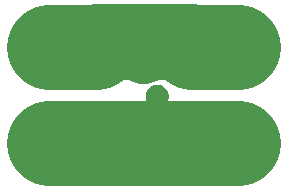
<source format=gbs>
%TF.GenerationSoftware,KiCad,Pcbnew,4.0.5-e0-6337~49~ubuntu16.04.1*%
%TF.CreationDate,2017-04-26T11:52:08-07:00*%
%TF.ProjectId,2x3-Stereo-Headphone-Jack,3278332D53746572656F2D4865616470,1.0*%
%TF.FileFunction,Soldermask,Bot*%
%FSLAX46Y46*%
G04 Gerber Fmt 4.6, Leading zero omitted, Abs format (unit mm)*
G04 Created by KiCad (PCBNEW 4.0.5-e0-6337~49~ubuntu16.04.1) date Wed Apr 26 11:52:08 2017*
%MOMM*%
%LPD*%
G01*
G04 APERTURE LIST*
%ADD10C,0.350000*%
%ADD11C,7.200000*%
%ADD12C,6.400000*%
G04 APERTURE END LIST*
D10*
D11*
X21994400Y-35967400D02*
X18058400Y-35966400D01*
X21994400Y-44094400D02*
X5994400Y-44094400D01*
X9929400Y-35967400D02*
X5993400Y-35966400D01*
D12*
X18185400Y-35585400D02*
X9930400Y-35585400D01*
D10*
G36*
X15240117Y-39180150D02*
X15427969Y-39218711D01*
X15604767Y-39293030D01*
X15763756Y-39400269D01*
X15898887Y-39536347D01*
X16005013Y-39696080D01*
X16078093Y-39873385D01*
X16115274Y-40061163D01*
X16115274Y-40061168D01*
X16115342Y-40061512D01*
X16112284Y-40280556D01*
X16112206Y-40280899D01*
X16112206Y-40280903D01*
X16069796Y-40467570D01*
X15991796Y-40642762D01*
X15881248Y-40799473D01*
X15742369Y-40931726D01*
X15580448Y-41034484D01*
X15401647Y-41103836D01*
X15212789Y-41137137D01*
X15147690Y-41135773D01*
X15133498Y-41137488D01*
X15120346Y-41143088D01*
X15109275Y-41152130D01*
X15101161Y-41163899D01*
X15096648Y-41177463D01*
X15096091Y-41191746D01*
X15099536Y-41205620D01*
X15106710Y-41217984D01*
X15117044Y-41227860D01*
X15126940Y-41233393D01*
X15464598Y-41375332D01*
X15964734Y-41712678D01*
X16389821Y-42140743D01*
X16723666Y-42643221D01*
X16953556Y-43200976D01*
X17070664Y-43792414D01*
X17070664Y-43792424D01*
X17070731Y-43792763D01*
X17061110Y-44481816D01*
X17061033Y-44482154D01*
X17061033Y-44482162D01*
X16927457Y-45070101D01*
X16682085Y-45621216D01*
X16334337Y-46114178D01*
X15897462Y-46530209D01*
X15388100Y-46853461D01*
X14825654Y-47071619D01*
X14231547Y-47176376D01*
X13628403Y-47163742D01*
X13039200Y-47034197D01*
X12486382Y-46792677D01*
X11991007Y-46448382D01*
X11571937Y-46014423D01*
X11273017Y-45550590D01*
X11263660Y-45539784D01*
X11251662Y-45532012D01*
X11237975Y-45527890D01*
X11223681Y-45527744D01*
X11209912Y-45531587D01*
X11197759Y-45539113D01*
X11188184Y-45549727D01*
X11180778Y-45566854D01*
X11171432Y-45607992D01*
X11078236Y-45817314D01*
X10946154Y-46004551D01*
X10780220Y-46162568D01*
X10586754Y-46285346D01*
X10373126Y-46368206D01*
X10147474Y-46407995D01*
X9918387Y-46403196D01*
X9694596Y-46353992D01*
X9484624Y-46262258D01*
X9296473Y-46131490D01*
X9137302Y-45966664D01*
X9013177Y-45774058D01*
X8928824Y-45561009D01*
X8894251Y-45372632D01*
X8889719Y-45359075D01*
X8881588Y-45347317D01*
X8870504Y-45338291D01*
X8857344Y-45332709D01*
X8843150Y-45331015D01*
X8829046Y-45333342D01*
X8816149Y-45339506D01*
X8805479Y-45349019D01*
X8797878Y-45361140D01*
X8682085Y-45621216D01*
X8334337Y-46114178D01*
X7897462Y-46530209D01*
X7388100Y-46853461D01*
X6825654Y-47071619D01*
X6231547Y-47176376D01*
X5628403Y-47163742D01*
X5039200Y-47034197D01*
X4486382Y-46792677D01*
X3991007Y-46448382D01*
X3571937Y-46014423D01*
X3245138Y-45507330D01*
X3023056Y-44946414D01*
X2914155Y-44353058D01*
X2922577Y-43749841D01*
X3004351Y-43365124D01*
X8987348Y-43365124D01*
X8988295Y-43376421D01*
X9070664Y-43792414D01*
X9070664Y-43792424D01*
X9070731Y-43792763D01*
X9061420Y-44459610D01*
X9063168Y-44473280D01*
X9068860Y-44486393D01*
X9077980Y-44497400D01*
X9089805Y-44505432D01*
X9103400Y-44509851D01*
X9117687Y-44510307D01*
X9131536Y-44506765D01*
X9143850Y-44499506D01*
X9154067Y-44488509D01*
X9158024Y-44482730D01*
X9321731Y-44322415D01*
X9513465Y-44196948D01*
X9725917Y-44111111D01*
X9950990Y-44068177D01*
X10180126Y-44069776D01*
X10404574Y-44115849D01*
X10615811Y-44204645D01*
X10805772Y-44332776D01*
X10827777Y-44354935D01*
X10839176Y-44363560D01*
X10852527Y-44368668D01*
X10866773Y-44369854D01*
X10880784Y-44367025D01*
X10893453Y-44360404D01*
X10903776Y-44350515D01*
X10910935Y-44338142D01*
X10914618Y-44319849D01*
X10922577Y-43749841D01*
X10958503Y-43580822D01*
X10959478Y-43566560D01*
X10956442Y-43552592D01*
X10949634Y-43540022D01*
X10939594Y-43529847D01*
X10927116Y-43522872D01*
X10913189Y-43519649D01*
X10898916Y-43520433D01*
X10885427Y-43525163D01*
X10873780Y-43533472D01*
X10780220Y-43622568D01*
X10586754Y-43745346D01*
X10373126Y-43828206D01*
X10147474Y-43867995D01*
X9918387Y-43863196D01*
X9694596Y-43813992D01*
X9484624Y-43722258D01*
X9296473Y-43591490D01*
X9137302Y-43426664D01*
X9080829Y-43339035D01*
X9071472Y-43328229D01*
X9059474Y-43320457D01*
X9045787Y-43316335D01*
X9031493Y-43316189D01*
X9017724Y-43320032D01*
X9005571Y-43327558D01*
X8995996Y-43338172D01*
X8989757Y-43351033D01*
X8987348Y-43365124D01*
X3004351Y-43365124D01*
X3048006Y-43159747D01*
X3285659Y-42605258D01*
X3626491Y-42107488D01*
X4057512Y-41685400D01*
X4562313Y-41355068D01*
X5121659Y-41129077D01*
X5714245Y-41016036D01*
X6317510Y-41020247D01*
X6908455Y-41141551D01*
X7464598Y-41375332D01*
X7964734Y-41712678D01*
X8389821Y-42140743D01*
X8723666Y-42643221D01*
X8789847Y-42803787D01*
X8797100Y-42816106D01*
X8807497Y-42825916D01*
X8820215Y-42832441D01*
X8834248Y-42835164D01*
X8848484Y-42833870D01*
X8861796Y-42828662D01*
X8873130Y-42819950D01*
X8881588Y-42808427D01*
X8886501Y-42795003D01*
X8887609Y-42785138D01*
X8890661Y-42566531D01*
X8938302Y-42342400D01*
X9028567Y-42131795D01*
X9158022Y-41942732D01*
X9321731Y-41782415D01*
X9513465Y-41656948D01*
X9725917Y-41571111D01*
X9950990Y-41528177D01*
X10180126Y-41529776D01*
X10404574Y-41575849D01*
X10615811Y-41664645D01*
X10805772Y-41792776D01*
X10967229Y-41955363D01*
X11094028Y-42146213D01*
X11181347Y-42358062D01*
X11219240Y-42549434D01*
X11223961Y-42562927D01*
X11232255Y-42574569D01*
X11243464Y-42583440D01*
X11256701Y-42588838D01*
X11270917Y-42590333D01*
X11284987Y-42587810D01*
X11297797Y-42581466D01*
X11310988Y-42568267D01*
X11626491Y-42107488D01*
X12057512Y-41685400D01*
X12562313Y-41355068D01*
X13121659Y-41129077D01*
X13714245Y-41016036D01*
X14317510Y-41020247D01*
X14568690Y-41071807D01*
X14582958Y-41072683D01*
X14596905Y-41069549D01*
X14609427Y-41062654D01*
X14619532Y-41052543D01*
X14626420Y-41040017D01*
X14629545Y-41026068D01*
X14628661Y-41011801D01*
X14623837Y-40998345D01*
X14615456Y-40986765D01*
X14607897Y-40980330D01*
X14500537Y-40905714D01*
X14367316Y-40767759D01*
X14263431Y-40606560D01*
X14192831Y-40428246D01*
X14158213Y-40239627D01*
X14160890Y-40047868D01*
X14200764Y-39860280D01*
X14276311Y-39684013D01*
X14384659Y-39525775D01*
X14521677Y-39391597D01*
X14682151Y-39286587D01*
X14859963Y-39214745D01*
X15048339Y-39178811D01*
X15240117Y-39180150D01*
X15240117Y-39180150D01*
G37*
G36*
X22317510Y-41020247D02*
X22908455Y-41141551D01*
X23464598Y-41375332D01*
X23964734Y-41712678D01*
X24389821Y-42140743D01*
X24723666Y-42643221D01*
X24953556Y-43200976D01*
X25070664Y-43792414D01*
X25070664Y-43792424D01*
X25070731Y-43792763D01*
X25061110Y-44481816D01*
X25061033Y-44482154D01*
X25061033Y-44482162D01*
X24927457Y-45070101D01*
X24682085Y-45621216D01*
X24334337Y-46114178D01*
X23897462Y-46530209D01*
X23388100Y-46853461D01*
X22825654Y-47071619D01*
X22231547Y-47176376D01*
X21628403Y-47163742D01*
X21039200Y-47034197D01*
X20486382Y-46792677D01*
X19991007Y-46448382D01*
X19571937Y-46014423D01*
X19245138Y-45507330D01*
X19023056Y-44946414D01*
X18914155Y-44353058D01*
X18922577Y-43749841D01*
X19048006Y-43159747D01*
X19285659Y-42605258D01*
X19626491Y-42107488D01*
X20057512Y-41685400D01*
X20562313Y-41355068D01*
X21121659Y-41129077D01*
X21714245Y-41016036D01*
X22317510Y-41020247D01*
X22317510Y-41020247D01*
G37*
G36*
X22317510Y-33020247D02*
X22908455Y-33141551D01*
X23464598Y-33375332D01*
X23964734Y-33712678D01*
X24389821Y-34140743D01*
X24723666Y-34643221D01*
X24953556Y-35200976D01*
X25070664Y-35792414D01*
X25070664Y-35792424D01*
X25070731Y-35792763D01*
X25061110Y-36481816D01*
X25061033Y-36482154D01*
X25061033Y-36482162D01*
X24927457Y-37070101D01*
X24682085Y-37621216D01*
X24334337Y-38114178D01*
X23897462Y-38530209D01*
X23388100Y-38853461D01*
X22825654Y-39071619D01*
X22231547Y-39176376D01*
X21628403Y-39163742D01*
X21039200Y-39034197D01*
X20486382Y-38792677D01*
X19991007Y-38448382D01*
X19571937Y-38014423D01*
X19245138Y-37507330D01*
X19023056Y-36946414D01*
X18914155Y-36353058D01*
X18922577Y-35749841D01*
X19048006Y-35159747D01*
X19285659Y-34605258D01*
X19626491Y-34107488D01*
X20057512Y-33685400D01*
X20562313Y-33355068D01*
X21121659Y-33129077D01*
X21714245Y-33016036D01*
X22317510Y-33020247D01*
X22317510Y-33020247D01*
G37*
G36*
X6317510Y-33020247D02*
X6908455Y-33141551D01*
X7464598Y-33375332D01*
X7964734Y-33712678D01*
X8389821Y-34140743D01*
X8723666Y-34643221D01*
X8796031Y-34818791D01*
X8803284Y-34831110D01*
X8813681Y-34840920D01*
X8826399Y-34847445D01*
X8840432Y-34850168D01*
X8854668Y-34848874D01*
X8867980Y-34843666D01*
X8879314Y-34834954D01*
X8887772Y-34823431D01*
X8892688Y-34809995D01*
X8938302Y-34595400D01*
X9028567Y-34384795D01*
X9158022Y-34195732D01*
X9321731Y-34035415D01*
X9513465Y-33909948D01*
X9725917Y-33824111D01*
X9950990Y-33781177D01*
X10180126Y-33782776D01*
X10404574Y-33828849D01*
X10615811Y-33917645D01*
X10805772Y-34045776D01*
X10967229Y-34208363D01*
X11094028Y-34399213D01*
X11181345Y-34611058D01*
X11216028Y-34786221D01*
X11220750Y-34799713D01*
X11229044Y-34811356D01*
X11240253Y-34820227D01*
X11253490Y-34825625D01*
X11267706Y-34827120D01*
X11281776Y-34824597D01*
X11294586Y-34818253D01*
X11305122Y-34808591D01*
X11312553Y-34796366D01*
X11373714Y-34653667D01*
X11703466Y-34172078D01*
X12120476Y-33763711D01*
X12608866Y-33444117D01*
X13150030Y-33225472D01*
X13723352Y-33116106D01*
X14307007Y-33120180D01*
X14878741Y-33237541D01*
X15416805Y-33463722D01*
X15900683Y-33790102D01*
X16311952Y-34204252D01*
X16634944Y-34690396D01*
X16857361Y-35230019D01*
X16968787Y-35792763D01*
X16970728Y-35802568D01*
X16961419Y-36469222D01*
X16961342Y-36469560D01*
X16961342Y-36469568D01*
X16832110Y-37038384D01*
X16594715Y-37571582D01*
X16258271Y-38048520D01*
X15835598Y-38451027D01*
X15342796Y-38763769D01*
X14798630Y-38974837D01*
X14223838Y-39076189D01*
X13640301Y-39063965D01*
X13070252Y-38938631D01*
X12535404Y-38704962D01*
X12056133Y-38371860D01*
X11650686Y-37952008D01*
X11334509Y-37461397D01*
X11322774Y-37431757D01*
X11315694Y-37419339D01*
X11305435Y-37409384D01*
X11292809Y-37402682D01*
X11278816Y-37399763D01*
X11264563Y-37400857D01*
X11251179Y-37405880D01*
X11239725Y-37414431D01*
X11231106Y-37425836D01*
X11226006Y-37439190D01*
X11224827Y-37449067D01*
X11222195Y-37637548D01*
X11222119Y-37637882D01*
X11222119Y-37637895D01*
X11171432Y-37860992D01*
X11078236Y-38070314D01*
X10946154Y-38257551D01*
X10780220Y-38415568D01*
X10586754Y-38538346D01*
X10373126Y-38621206D01*
X10147474Y-38660995D01*
X9918387Y-38656196D01*
X9694596Y-38606992D01*
X9484624Y-38515258D01*
X9296473Y-38384490D01*
X9137302Y-38219664D01*
X9013177Y-38027058D01*
X8928824Y-37814009D01*
X8887463Y-37588645D01*
X8890187Y-37393503D01*
X8888374Y-37379324D01*
X8882682Y-37366211D01*
X8873562Y-37355203D01*
X8861737Y-37347172D01*
X8848142Y-37342753D01*
X8833855Y-37342297D01*
X8820006Y-37345839D01*
X8807692Y-37353098D01*
X8797888Y-37363501D01*
X8792984Y-37372132D01*
X8682085Y-37621216D01*
X8334337Y-38114178D01*
X7897462Y-38530209D01*
X7388100Y-38853461D01*
X6825654Y-39071619D01*
X6231547Y-39176376D01*
X5628403Y-39163742D01*
X5039200Y-39034197D01*
X4486382Y-38792677D01*
X3991007Y-38448382D01*
X3571937Y-38014423D01*
X3245138Y-37507330D01*
X3023056Y-36946414D01*
X3001360Y-36828198D01*
X8984478Y-36828198D01*
X8987319Y-36842207D01*
X8993951Y-36854871D01*
X9003848Y-36865185D01*
X9016227Y-36872334D01*
X9030107Y-36875751D01*
X9044390Y-36875166D01*
X9057944Y-36870625D01*
X9069697Y-36862488D01*
X9077106Y-36853906D01*
X9158022Y-36735732D01*
X9321731Y-36575415D01*
X9513465Y-36449948D01*
X9725917Y-36364111D01*
X9950990Y-36321177D01*
X10180126Y-36322776D01*
X10404574Y-36368849D01*
X10615811Y-36457645D01*
X10805772Y-36585776D01*
X10967226Y-36748360D01*
X10997670Y-36794183D01*
X11007178Y-36804858D01*
X11019282Y-36812462D01*
X11033026Y-36816392D01*
X11047321Y-36816338D01*
X11061034Y-36812304D01*
X11073081Y-36804609D01*
X11082507Y-36793862D01*
X11088566Y-36780915D01*
X11090778Y-36766793D01*
X11089948Y-36756901D01*
X11014286Y-36344649D01*
X11022392Y-35764182D01*
X11020579Y-35750003D01*
X11014887Y-35736890D01*
X11005767Y-35725883D01*
X10993942Y-35717851D01*
X10980347Y-35713432D01*
X10966060Y-35712976D01*
X10952211Y-35716517D01*
X10936564Y-35726685D01*
X10780220Y-35875568D01*
X10586754Y-35998346D01*
X10373126Y-36081206D01*
X10147474Y-36120995D01*
X9918387Y-36116196D01*
X9694596Y-36066992D01*
X9484624Y-35975258D01*
X9296473Y-35844490D01*
X9145294Y-35687940D01*
X9134016Y-35679157D01*
X9120738Y-35673863D01*
X9106511Y-35672478D01*
X9092461Y-35675112D01*
X9079701Y-35681556D01*
X9069241Y-35691299D01*
X9061910Y-35703571D01*
X9058288Y-35717399D01*
X9058920Y-35733096D01*
X9070664Y-35792409D01*
X9070664Y-35792424D01*
X9070731Y-35792763D01*
X9061110Y-36481816D01*
X9061033Y-36482154D01*
X9061033Y-36482162D01*
X8985652Y-36813951D01*
X8984478Y-36828198D01*
X3001360Y-36828198D01*
X2914155Y-36353058D01*
X2922577Y-35749841D01*
X3048006Y-35159747D01*
X3285659Y-34605258D01*
X3626491Y-34107488D01*
X4057512Y-33685400D01*
X4562313Y-33355068D01*
X5121659Y-33129077D01*
X5714245Y-33016036D01*
X6317510Y-33020247D01*
X6317510Y-33020247D01*
G37*
M02*

</source>
